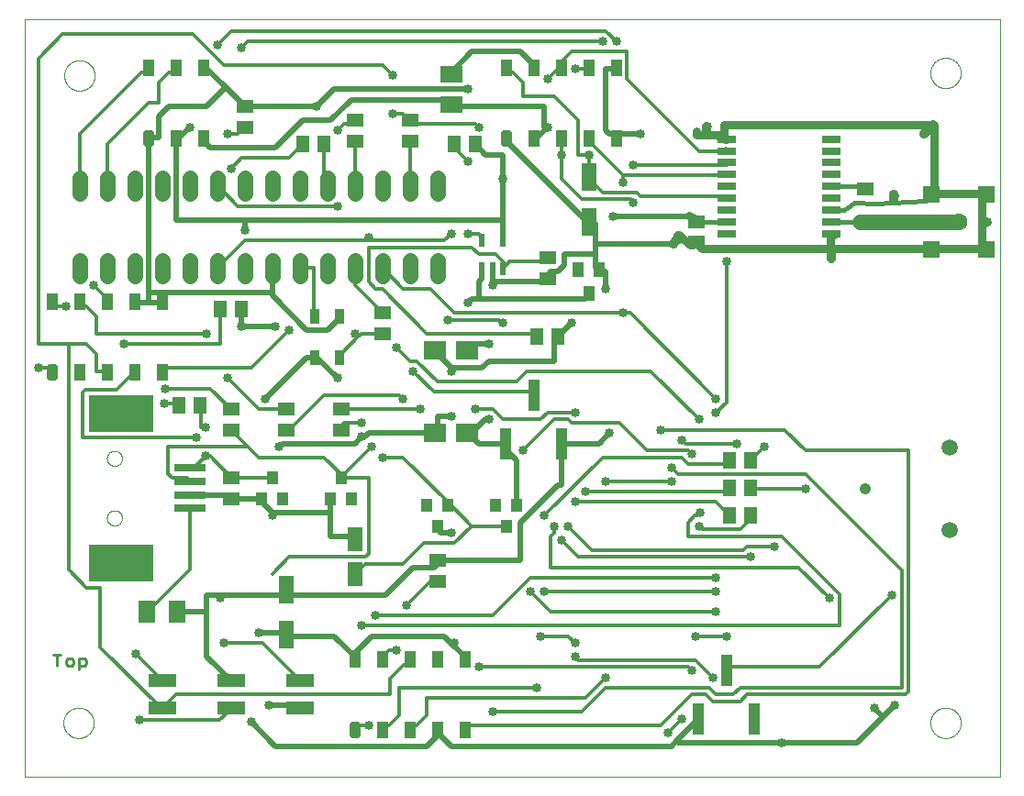
<source format=gbr>
G75*
%MOIN*%
%OFA0B0*%
%FSLAX25Y25*%
%IPPOS*%
%LPD*%
%AMOC8*
5,1,8,0,0,1.08239X$1,22.5*
%
%ADD10C,0.00000*%
%ADD11C,0.01000*%
%ADD12C,0.05562*%
%ADD13R,0.05512X0.10236*%
%ADD14R,0.03937X0.04724*%
%ADD15R,0.06299X0.07874*%
%ADD16R,0.07874X0.06299*%
%ADD17R,0.10000X0.05000*%
%ADD18R,0.03937X0.11811*%
%ADD19R,0.03937X0.05906*%
%ADD20C,0.01969*%
%ADD21R,0.07100X0.02800*%
%ADD22R,0.05906X0.05118*%
%ADD23R,0.06299X0.04724*%
%ADD24R,0.05118X0.05906*%
%ADD25R,0.05512X0.08661*%
%ADD26R,0.03937X0.05512*%
%ADD27R,0.08465X0.07087*%
%ADD28C,0.06299*%
%ADD29R,0.06299X0.06299*%
%ADD30R,0.02200X0.05000*%
%ADD31R,0.03543X0.05512*%
%ADD32C,0.05906*%
%ADD33C,0.04173*%
%ADD34R,0.23780X0.13386*%
%ADD35R,0.11811X0.02756*%
%ADD36C,0.03000*%
%ADD37C,0.01600*%
%ADD38C,0.03346*%
%ADD39C,0.03200*%
%ADD40C,0.02000*%
%ADD41C,0.01181*%
%ADD42C,0.05600*%
D10*
X0055902Y0001256D02*
X0055902Y0276846D01*
X0410233Y0276846D01*
X0410233Y0001256D01*
X0055902Y0001256D01*
X0070075Y0020941D02*
X0070077Y0021089D01*
X0070083Y0021237D01*
X0070093Y0021385D01*
X0070107Y0021532D01*
X0070125Y0021679D01*
X0070146Y0021825D01*
X0070172Y0021971D01*
X0070202Y0022116D01*
X0070235Y0022260D01*
X0070273Y0022403D01*
X0070314Y0022545D01*
X0070359Y0022686D01*
X0070407Y0022826D01*
X0070460Y0022965D01*
X0070516Y0023102D01*
X0070576Y0023237D01*
X0070639Y0023371D01*
X0070706Y0023503D01*
X0070777Y0023633D01*
X0070851Y0023761D01*
X0070928Y0023887D01*
X0071009Y0024011D01*
X0071093Y0024133D01*
X0071180Y0024252D01*
X0071271Y0024369D01*
X0071365Y0024484D01*
X0071461Y0024596D01*
X0071561Y0024706D01*
X0071663Y0024812D01*
X0071769Y0024916D01*
X0071877Y0025017D01*
X0071988Y0025115D01*
X0072101Y0025211D01*
X0072217Y0025303D01*
X0072335Y0025392D01*
X0072456Y0025477D01*
X0072579Y0025560D01*
X0072704Y0025639D01*
X0072831Y0025715D01*
X0072960Y0025787D01*
X0073091Y0025856D01*
X0073224Y0025921D01*
X0073359Y0025982D01*
X0073495Y0026040D01*
X0073632Y0026095D01*
X0073771Y0026145D01*
X0073912Y0026192D01*
X0074053Y0026235D01*
X0074196Y0026275D01*
X0074340Y0026310D01*
X0074484Y0026342D01*
X0074630Y0026369D01*
X0074776Y0026393D01*
X0074923Y0026413D01*
X0075070Y0026429D01*
X0075217Y0026441D01*
X0075365Y0026449D01*
X0075513Y0026453D01*
X0075661Y0026453D01*
X0075809Y0026449D01*
X0075957Y0026441D01*
X0076104Y0026429D01*
X0076251Y0026413D01*
X0076398Y0026393D01*
X0076544Y0026369D01*
X0076690Y0026342D01*
X0076834Y0026310D01*
X0076978Y0026275D01*
X0077121Y0026235D01*
X0077262Y0026192D01*
X0077403Y0026145D01*
X0077542Y0026095D01*
X0077679Y0026040D01*
X0077815Y0025982D01*
X0077950Y0025921D01*
X0078083Y0025856D01*
X0078214Y0025787D01*
X0078343Y0025715D01*
X0078470Y0025639D01*
X0078595Y0025560D01*
X0078718Y0025477D01*
X0078839Y0025392D01*
X0078957Y0025303D01*
X0079073Y0025211D01*
X0079186Y0025115D01*
X0079297Y0025017D01*
X0079405Y0024916D01*
X0079511Y0024812D01*
X0079613Y0024706D01*
X0079713Y0024596D01*
X0079809Y0024484D01*
X0079903Y0024369D01*
X0079994Y0024252D01*
X0080081Y0024133D01*
X0080165Y0024011D01*
X0080246Y0023887D01*
X0080323Y0023761D01*
X0080397Y0023633D01*
X0080468Y0023503D01*
X0080535Y0023371D01*
X0080598Y0023237D01*
X0080658Y0023102D01*
X0080714Y0022965D01*
X0080767Y0022826D01*
X0080815Y0022686D01*
X0080860Y0022545D01*
X0080901Y0022403D01*
X0080939Y0022260D01*
X0080972Y0022116D01*
X0081002Y0021971D01*
X0081028Y0021825D01*
X0081049Y0021679D01*
X0081067Y0021532D01*
X0081081Y0021385D01*
X0081091Y0021237D01*
X0081097Y0021089D01*
X0081099Y0020941D01*
X0081097Y0020793D01*
X0081091Y0020645D01*
X0081081Y0020497D01*
X0081067Y0020350D01*
X0081049Y0020203D01*
X0081028Y0020057D01*
X0081002Y0019911D01*
X0080972Y0019766D01*
X0080939Y0019622D01*
X0080901Y0019479D01*
X0080860Y0019337D01*
X0080815Y0019196D01*
X0080767Y0019056D01*
X0080714Y0018917D01*
X0080658Y0018780D01*
X0080598Y0018645D01*
X0080535Y0018511D01*
X0080468Y0018379D01*
X0080397Y0018249D01*
X0080323Y0018121D01*
X0080246Y0017995D01*
X0080165Y0017871D01*
X0080081Y0017749D01*
X0079994Y0017630D01*
X0079903Y0017513D01*
X0079809Y0017398D01*
X0079713Y0017286D01*
X0079613Y0017176D01*
X0079511Y0017070D01*
X0079405Y0016966D01*
X0079297Y0016865D01*
X0079186Y0016767D01*
X0079073Y0016671D01*
X0078957Y0016579D01*
X0078839Y0016490D01*
X0078718Y0016405D01*
X0078595Y0016322D01*
X0078470Y0016243D01*
X0078343Y0016167D01*
X0078214Y0016095D01*
X0078083Y0016026D01*
X0077950Y0015961D01*
X0077815Y0015900D01*
X0077679Y0015842D01*
X0077542Y0015787D01*
X0077403Y0015737D01*
X0077262Y0015690D01*
X0077121Y0015647D01*
X0076978Y0015607D01*
X0076834Y0015572D01*
X0076690Y0015540D01*
X0076544Y0015513D01*
X0076398Y0015489D01*
X0076251Y0015469D01*
X0076104Y0015453D01*
X0075957Y0015441D01*
X0075809Y0015433D01*
X0075661Y0015429D01*
X0075513Y0015429D01*
X0075365Y0015433D01*
X0075217Y0015441D01*
X0075070Y0015453D01*
X0074923Y0015469D01*
X0074776Y0015489D01*
X0074630Y0015513D01*
X0074484Y0015540D01*
X0074340Y0015572D01*
X0074196Y0015607D01*
X0074053Y0015647D01*
X0073912Y0015690D01*
X0073771Y0015737D01*
X0073632Y0015787D01*
X0073495Y0015842D01*
X0073359Y0015900D01*
X0073224Y0015961D01*
X0073091Y0016026D01*
X0072960Y0016095D01*
X0072831Y0016167D01*
X0072704Y0016243D01*
X0072579Y0016322D01*
X0072456Y0016405D01*
X0072335Y0016490D01*
X0072217Y0016579D01*
X0072101Y0016671D01*
X0071988Y0016767D01*
X0071877Y0016865D01*
X0071769Y0016966D01*
X0071663Y0017070D01*
X0071561Y0017176D01*
X0071461Y0017286D01*
X0071365Y0017398D01*
X0071271Y0017513D01*
X0071180Y0017630D01*
X0071093Y0017749D01*
X0071009Y0017871D01*
X0070928Y0017995D01*
X0070851Y0018121D01*
X0070777Y0018249D01*
X0070706Y0018379D01*
X0070639Y0018511D01*
X0070576Y0018645D01*
X0070516Y0018780D01*
X0070460Y0018917D01*
X0070407Y0019056D01*
X0070359Y0019196D01*
X0070314Y0019337D01*
X0070273Y0019479D01*
X0070235Y0019622D01*
X0070202Y0019766D01*
X0070172Y0019911D01*
X0070146Y0020057D01*
X0070125Y0020203D01*
X0070107Y0020350D01*
X0070093Y0020497D01*
X0070083Y0020645D01*
X0070077Y0020793D01*
X0070075Y0020941D01*
X0085863Y0095429D02*
X0085865Y0095534D01*
X0085871Y0095639D01*
X0085881Y0095743D01*
X0085895Y0095847D01*
X0085913Y0095951D01*
X0085935Y0096053D01*
X0085960Y0096155D01*
X0085990Y0096256D01*
X0086023Y0096355D01*
X0086060Y0096453D01*
X0086101Y0096550D01*
X0086146Y0096645D01*
X0086194Y0096738D01*
X0086245Y0096830D01*
X0086301Y0096919D01*
X0086359Y0097006D01*
X0086421Y0097091D01*
X0086485Y0097174D01*
X0086553Y0097254D01*
X0086624Y0097331D01*
X0086698Y0097405D01*
X0086775Y0097477D01*
X0086854Y0097546D01*
X0086936Y0097611D01*
X0087020Y0097674D01*
X0087107Y0097733D01*
X0087196Y0097789D01*
X0087287Y0097842D01*
X0087380Y0097891D01*
X0087474Y0097936D01*
X0087570Y0097978D01*
X0087668Y0098016D01*
X0087767Y0098050D01*
X0087868Y0098081D01*
X0087969Y0098107D01*
X0088072Y0098130D01*
X0088175Y0098149D01*
X0088279Y0098164D01*
X0088383Y0098175D01*
X0088488Y0098182D01*
X0088593Y0098185D01*
X0088698Y0098184D01*
X0088803Y0098179D01*
X0088907Y0098170D01*
X0089011Y0098157D01*
X0089115Y0098140D01*
X0089218Y0098119D01*
X0089320Y0098094D01*
X0089421Y0098066D01*
X0089520Y0098033D01*
X0089619Y0097997D01*
X0089716Y0097957D01*
X0089811Y0097914D01*
X0089905Y0097866D01*
X0089997Y0097816D01*
X0090087Y0097762D01*
X0090175Y0097704D01*
X0090260Y0097643D01*
X0090343Y0097579D01*
X0090424Y0097512D01*
X0090502Y0097442D01*
X0090577Y0097368D01*
X0090649Y0097293D01*
X0090719Y0097214D01*
X0090785Y0097133D01*
X0090849Y0097049D01*
X0090909Y0096963D01*
X0090965Y0096875D01*
X0091019Y0096784D01*
X0091069Y0096692D01*
X0091115Y0096598D01*
X0091158Y0096502D01*
X0091197Y0096404D01*
X0091232Y0096306D01*
X0091263Y0096205D01*
X0091291Y0096104D01*
X0091315Y0096002D01*
X0091335Y0095899D01*
X0091351Y0095795D01*
X0091363Y0095691D01*
X0091371Y0095586D01*
X0091375Y0095481D01*
X0091375Y0095377D01*
X0091371Y0095272D01*
X0091363Y0095167D01*
X0091351Y0095063D01*
X0091335Y0094959D01*
X0091315Y0094856D01*
X0091291Y0094754D01*
X0091263Y0094653D01*
X0091232Y0094552D01*
X0091197Y0094454D01*
X0091158Y0094356D01*
X0091115Y0094260D01*
X0091069Y0094166D01*
X0091019Y0094074D01*
X0090965Y0093983D01*
X0090909Y0093895D01*
X0090849Y0093809D01*
X0090785Y0093725D01*
X0090719Y0093644D01*
X0090649Y0093565D01*
X0090577Y0093490D01*
X0090502Y0093416D01*
X0090424Y0093346D01*
X0090343Y0093279D01*
X0090260Y0093215D01*
X0090175Y0093154D01*
X0090087Y0093096D01*
X0089997Y0093042D01*
X0089905Y0092992D01*
X0089811Y0092944D01*
X0089716Y0092901D01*
X0089619Y0092861D01*
X0089520Y0092825D01*
X0089421Y0092792D01*
X0089320Y0092764D01*
X0089218Y0092739D01*
X0089115Y0092718D01*
X0089011Y0092701D01*
X0088907Y0092688D01*
X0088803Y0092679D01*
X0088698Y0092674D01*
X0088593Y0092673D01*
X0088488Y0092676D01*
X0088383Y0092683D01*
X0088279Y0092694D01*
X0088175Y0092709D01*
X0088072Y0092728D01*
X0087969Y0092751D01*
X0087868Y0092777D01*
X0087767Y0092808D01*
X0087668Y0092842D01*
X0087570Y0092880D01*
X0087474Y0092922D01*
X0087380Y0092967D01*
X0087287Y0093016D01*
X0087196Y0093069D01*
X0087107Y0093125D01*
X0087020Y0093184D01*
X0086936Y0093247D01*
X0086854Y0093312D01*
X0086775Y0093381D01*
X0086698Y0093453D01*
X0086624Y0093527D01*
X0086553Y0093604D01*
X0086485Y0093684D01*
X0086421Y0093767D01*
X0086359Y0093852D01*
X0086301Y0093939D01*
X0086245Y0094028D01*
X0086194Y0094120D01*
X0086146Y0094213D01*
X0086101Y0094308D01*
X0086060Y0094405D01*
X0086023Y0094503D01*
X0085990Y0094602D01*
X0085960Y0094703D01*
X0085935Y0094805D01*
X0085913Y0094907D01*
X0085895Y0095011D01*
X0085881Y0095115D01*
X0085871Y0095219D01*
X0085865Y0095324D01*
X0085863Y0095429D01*
X0085863Y0117083D02*
X0085865Y0117188D01*
X0085871Y0117293D01*
X0085881Y0117397D01*
X0085895Y0117501D01*
X0085913Y0117605D01*
X0085935Y0117707D01*
X0085960Y0117809D01*
X0085990Y0117910D01*
X0086023Y0118009D01*
X0086060Y0118107D01*
X0086101Y0118204D01*
X0086146Y0118299D01*
X0086194Y0118392D01*
X0086245Y0118484D01*
X0086301Y0118573D01*
X0086359Y0118660D01*
X0086421Y0118745D01*
X0086485Y0118828D01*
X0086553Y0118908D01*
X0086624Y0118985D01*
X0086698Y0119059D01*
X0086775Y0119131D01*
X0086854Y0119200D01*
X0086936Y0119265D01*
X0087020Y0119328D01*
X0087107Y0119387D01*
X0087196Y0119443D01*
X0087287Y0119496D01*
X0087380Y0119545D01*
X0087474Y0119590D01*
X0087570Y0119632D01*
X0087668Y0119670D01*
X0087767Y0119704D01*
X0087868Y0119735D01*
X0087969Y0119761D01*
X0088072Y0119784D01*
X0088175Y0119803D01*
X0088279Y0119818D01*
X0088383Y0119829D01*
X0088488Y0119836D01*
X0088593Y0119839D01*
X0088698Y0119838D01*
X0088803Y0119833D01*
X0088907Y0119824D01*
X0089011Y0119811D01*
X0089115Y0119794D01*
X0089218Y0119773D01*
X0089320Y0119748D01*
X0089421Y0119720D01*
X0089520Y0119687D01*
X0089619Y0119651D01*
X0089716Y0119611D01*
X0089811Y0119568D01*
X0089905Y0119520D01*
X0089997Y0119470D01*
X0090087Y0119416D01*
X0090175Y0119358D01*
X0090260Y0119297D01*
X0090343Y0119233D01*
X0090424Y0119166D01*
X0090502Y0119096D01*
X0090577Y0119022D01*
X0090649Y0118947D01*
X0090719Y0118868D01*
X0090785Y0118787D01*
X0090849Y0118703D01*
X0090909Y0118617D01*
X0090965Y0118529D01*
X0091019Y0118438D01*
X0091069Y0118346D01*
X0091115Y0118252D01*
X0091158Y0118156D01*
X0091197Y0118058D01*
X0091232Y0117960D01*
X0091263Y0117859D01*
X0091291Y0117758D01*
X0091315Y0117656D01*
X0091335Y0117553D01*
X0091351Y0117449D01*
X0091363Y0117345D01*
X0091371Y0117240D01*
X0091375Y0117135D01*
X0091375Y0117031D01*
X0091371Y0116926D01*
X0091363Y0116821D01*
X0091351Y0116717D01*
X0091335Y0116613D01*
X0091315Y0116510D01*
X0091291Y0116408D01*
X0091263Y0116307D01*
X0091232Y0116206D01*
X0091197Y0116108D01*
X0091158Y0116010D01*
X0091115Y0115914D01*
X0091069Y0115820D01*
X0091019Y0115728D01*
X0090965Y0115637D01*
X0090909Y0115549D01*
X0090849Y0115463D01*
X0090785Y0115379D01*
X0090719Y0115298D01*
X0090649Y0115219D01*
X0090577Y0115144D01*
X0090502Y0115070D01*
X0090424Y0115000D01*
X0090343Y0114933D01*
X0090260Y0114869D01*
X0090175Y0114808D01*
X0090087Y0114750D01*
X0089997Y0114696D01*
X0089905Y0114646D01*
X0089811Y0114598D01*
X0089716Y0114555D01*
X0089619Y0114515D01*
X0089520Y0114479D01*
X0089421Y0114446D01*
X0089320Y0114418D01*
X0089218Y0114393D01*
X0089115Y0114372D01*
X0089011Y0114355D01*
X0088907Y0114342D01*
X0088803Y0114333D01*
X0088698Y0114328D01*
X0088593Y0114327D01*
X0088488Y0114330D01*
X0088383Y0114337D01*
X0088279Y0114348D01*
X0088175Y0114363D01*
X0088072Y0114382D01*
X0087969Y0114405D01*
X0087868Y0114431D01*
X0087767Y0114462D01*
X0087668Y0114496D01*
X0087570Y0114534D01*
X0087474Y0114576D01*
X0087380Y0114621D01*
X0087287Y0114670D01*
X0087196Y0114723D01*
X0087107Y0114779D01*
X0087020Y0114838D01*
X0086936Y0114901D01*
X0086854Y0114966D01*
X0086775Y0115035D01*
X0086698Y0115107D01*
X0086624Y0115181D01*
X0086553Y0115258D01*
X0086485Y0115338D01*
X0086421Y0115421D01*
X0086359Y0115506D01*
X0086301Y0115593D01*
X0086245Y0115682D01*
X0086194Y0115774D01*
X0086146Y0115867D01*
X0086101Y0115962D01*
X0086060Y0116059D01*
X0086023Y0116157D01*
X0085990Y0116256D01*
X0085960Y0116357D01*
X0085935Y0116459D01*
X0085913Y0116561D01*
X0085895Y0116665D01*
X0085881Y0116769D01*
X0085871Y0116873D01*
X0085865Y0116978D01*
X0085863Y0117083D01*
X0070390Y0256256D02*
X0070392Y0256404D01*
X0070398Y0256552D01*
X0070408Y0256700D01*
X0070422Y0256847D01*
X0070440Y0256994D01*
X0070461Y0257140D01*
X0070487Y0257286D01*
X0070517Y0257431D01*
X0070550Y0257575D01*
X0070588Y0257718D01*
X0070629Y0257860D01*
X0070674Y0258001D01*
X0070722Y0258141D01*
X0070775Y0258280D01*
X0070831Y0258417D01*
X0070891Y0258552D01*
X0070954Y0258686D01*
X0071021Y0258818D01*
X0071092Y0258948D01*
X0071166Y0259076D01*
X0071243Y0259202D01*
X0071324Y0259326D01*
X0071408Y0259448D01*
X0071495Y0259567D01*
X0071586Y0259684D01*
X0071680Y0259799D01*
X0071776Y0259911D01*
X0071876Y0260021D01*
X0071978Y0260127D01*
X0072084Y0260231D01*
X0072192Y0260332D01*
X0072303Y0260430D01*
X0072416Y0260526D01*
X0072532Y0260618D01*
X0072650Y0260707D01*
X0072771Y0260792D01*
X0072894Y0260875D01*
X0073019Y0260954D01*
X0073146Y0261030D01*
X0073275Y0261102D01*
X0073406Y0261171D01*
X0073539Y0261236D01*
X0073674Y0261297D01*
X0073810Y0261355D01*
X0073947Y0261410D01*
X0074086Y0261460D01*
X0074227Y0261507D01*
X0074368Y0261550D01*
X0074511Y0261590D01*
X0074655Y0261625D01*
X0074799Y0261657D01*
X0074945Y0261684D01*
X0075091Y0261708D01*
X0075238Y0261728D01*
X0075385Y0261744D01*
X0075532Y0261756D01*
X0075680Y0261764D01*
X0075828Y0261768D01*
X0075976Y0261768D01*
X0076124Y0261764D01*
X0076272Y0261756D01*
X0076419Y0261744D01*
X0076566Y0261728D01*
X0076713Y0261708D01*
X0076859Y0261684D01*
X0077005Y0261657D01*
X0077149Y0261625D01*
X0077293Y0261590D01*
X0077436Y0261550D01*
X0077577Y0261507D01*
X0077718Y0261460D01*
X0077857Y0261410D01*
X0077994Y0261355D01*
X0078130Y0261297D01*
X0078265Y0261236D01*
X0078398Y0261171D01*
X0078529Y0261102D01*
X0078658Y0261030D01*
X0078785Y0260954D01*
X0078910Y0260875D01*
X0079033Y0260792D01*
X0079154Y0260707D01*
X0079272Y0260618D01*
X0079388Y0260526D01*
X0079501Y0260430D01*
X0079612Y0260332D01*
X0079720Y0260231D01*
X0079826Y0260127D01*
X0079928Y0260021D01*
X0080028Y0259911D01*
X0080124Y0259799D01*
X0080218Y0259684D01*
X0080309Y0259567D01*
X0080396Y0259448D01*
X0080480Y0259326D01*
X0080561Y0259202D01*
X0080638Y0259076D01*
X0080712Y0258948D01*
X0080783Y0258818D01*
X0080850Y0258686D01*
X0080913Y0258552D01*
X0080973Y0258417D01*
X0081029Y0258280D01*
X0081082Y0258141D01*
X0081130Y0258001D01*
X0081175Y0257860D01*
X0081216Y0257718D01*
X0081254Y0257575D01*
X0081287Y0257431D01*
X0081317Y0257286D01*
X0081343Y0257140D01*
X0081364Y0256994D01*
X0081382Y0256847D01*
X0081396Y0256700D01*
X0081406Y0256552D01*
X0081412Y0256404D01*
X0081414Y0256256D01*
X0081412Y0256108D01*
X0081406Y0255960D01*
X0081396Y0255812D01*
X0081382Y0255665D01*
X0081364Y0255518D01*
X0081343Y0255372D01*
X0081317Y0255226D01*
X0081287Y0255081D01*
X0081254Y0254937D01*
X0081216Y0254794D01*
X0081175Y0254652D01*
X0081130Y0254511D01*
X0081082Y0254371D01*
X0081029Y0254232D01*
X0080973Y0254095D01*
X0080913Y0253960D01*
X0080850Y0253826D01*
X0080783Y0253694D01*
X0080712Y0253564D01*
X0080638Y0253436D01*
X0080561Y0253310D01*
X0080480Y0253186D01*
X0080396Y0253064D01*
X0080309Y0252945D01*
X0080218Y0252828D01*
X0080124Y0252713D01*
X0080028Y0252601D01*
X0079928Y0252491D01*
X0079826Y0252385D01*
X0079720Y0252281D01*
X0079612Y0252180D01*
X0079501Y0252082D01*
X0079388Y0251986D01*
X0079272Y0251894D01*
X0079154Y0251805D01*
X0079033Y0251720D01*
X0078910Y0251637D01*
X0078785Y0251558D01*
X0078658Y0251482D01*
X0078529Y0251410D01*
X0078398Y0251341D01*
X0078265Y0251276D01*
X0078130Y0251215D01*
X0077994Y0251157D01*
X0077857Y0251102D01*
X0077718Y0251052D01*
X0077577Y0251005D01*
X0077436Y0250962D01*
X0077293Y0250922D01*
X0077149Y0250887D01*
X0077005Y0250855D01*
X0076859Y0250828D01*
X0076713Y0250804D01*
X0076566Y0250784D01*
X0076419Y0250768D01*
X0076272Y0250756D01*
X0076124Y0250748D01*
X0075976Y0250744D01*
X0075828Y0250744D01*
X0075680Y0250748D01*
X0075532Y0250756D01*
X0075385Y0250768D01*
X0075238Y0250784D01*
X0075091Y0250804D01*
X0074945Y0250828D01*
X0074799Y0250855D01*
X0074655Y0250887D01*
X0074511Y0250922D01*
X0074368Y0250962D01*
X0074227Y0251005D01*
X0074086Y0251052D01*
X0073947Y0251102D01*
X0073810Y0251157D01*
X0073674Y0251215D01*
X0073539Y0251276D01*
X0073406Y0251341D01*
X0073275Y0251410D01*
X0073146Y0251482D01*
X0073019Y0251558D01*
X0072894Y0251637D01*
X0072771Y0251720D01*
X0072650Y0251805D01*
X0072532Y0251894D01*
X0072416Y0251986D01*
X0072303Y0252082D01*
X0072192Y0252180D01*
X0072084Y0252281D01*
X0071978Y0252385D01*
X0071876Y0252491D01*
X0071776Y0252601D01*
X0071680Y0252713D01*
X0071586Y0252828D01*
X0071495Y0252945D01*
X0071408Y0253064D01*
X0071324Y0253186D01*
X0071243Y0253310D01*
X0071166Y0253436D01*
X0071092Y0253564D01*
X0071021Y0253694D01*
X0070954Y0253826D01*
X0070891Y0253960D01*
X0070831Y0254095D01*
X0070775Y0254232D01*
X0070722Y0254371D01*
X0070674Y0254511D01*
X0070629Y0254652D01*
X0070588Y0254794D01*
X0070550Y0254937D01*
X0070517Y0255081D01*
X0070487Y0255226D01*
X0070461Y0255372D01*
X0070440Y0255518D01*
X0070422Y0255665D01*
X0070408Y0255812D01*
X0070398Y0255960D01*
X0070392Y0256108D01*
X0070390Y0256256D01*
X0385036Y0257161D02*
X0385038Y0257309D01*
X0385044Y0257457D01*
X0385054Y0257605D01*
X0385068Y0257752D01*
X0385086Y0257899D01*
X0385107Y0258045D01*
X0385133Y0258191D01*
X0385163Y0258336D01*
X0385196Y0258480D01*
X0385234Y0258623D01*
X0385275Y0258765D01*
X0385320Y0258906D01*
X0385368Y0259046D01*
X0385421Y0259185D01*
X0385477Y0259322D01*
X0385537Y0259457D01*
X0385600Y0259591D01*
X0385667Y0259723D01*
X0385738Y0259853D01*
X0385812Y0259981D01*
X0385889Y0260107D01*
X0385970Y0260231D01*
X0386054Y0260353D01*
X0386141Y0260472D01*
X0386232Y0260589D01*
X0386326Y0260704D01*
X0386422Y0260816D01*
X0386522Y0260926D01*
X0386624Y0261032D01*
X0386730Y0261136D01*
X0386838Y0261237D01*
X0386949Y0261335D01*
X0387062Y0261431D01*
X0387178Y0261523D01*
X0387296Y0261612D01*
X0387417Y0261697D01*
X0387540Y0261780D01*
X0387665Y0261859D01*
X0387792Y0261935D01*
X0387921Y0262007D01*
X0388052Y0262076D01*
X0388185Y0262141D01*
X0388320Y0262202D01*
X0388456Y0262260D01*
X0388593Y0262315D01*
X0388732Y0262365D01*
X0388873Y0262412D01*
X0389014Y0262455D01*
X0389157Y0262495D01*
X0389301Y0262530D01*
X0389445Y0262562D01*
X0389591Y0262589D01*
X0389737Y0262613D01*
X0389884Y0262633D01*
X0390031Y0262649D01*
X0390178Y0262661D01*
X0390326Y0262669D01*
X0390474Y0262673D01*
X0390622Y0262673D01*
X0390770Y0262669D01*
X0390918Y0262661D01*
X0391065Y0262649D01*
X0391212Y0262633D01*
X0391359Y0262613D01*
X0391505Y0262589D01*
X0391651Y0262562D01*
X0391795Y0262530D01*
X0391939Y0262495D01*
X0392082Y0262455D01*
X0392223Y0262412D01*
X0392364Y0262365D01*
X0392503Y0262315D01*
X0392640Y0262260D01*
X0392776Y0262202D01*
X0392911Y0262141D01*
X0393044Y0262076D01*
X0393175Y0262007D01*
X0393304Y0261935D01*
X0393431Y0261859D01*
X0393556Y0261780D01*
X0393679Y0261697D01*
X0393800Y0261612D01*
X0393918Y0261523D01*
X0394034Y0261431D01*
X0394147Y0261335D01*
X0394258Y0261237D01*
X0394366Y0261136D01*
X0394472Y0261032D01*
X0394574Y0260926D01*
X0394674Y0260816D01*
X0394770Y0260704D01*
X0394864Y0260589D01*
X0394955Y0260472D01*
X0395042Y0260353D01*
X0395126Y0260231D01*
X0395207Y0260107D01*
X0395284Y0259981D01*
X0395358Y0259853D01*
X0395429Y0259723D01*
X0395496Y0259591D01*
X0395559Y0259457D01*
X0395619Y0259322D01*
X0395675Y0259185D01*
X0395728Y0259046D01*
X0395776Y0258906D01*
X0395821Y0258765D01*
X0395862Y0258623D01*
X0395900Y0258480D01*
X0395933Y0258336D01*
X0395963Y0258191D01*
X0395989Y0258045D01*
X0396010Y0257899D01*
X0396028Y0257752D01*
X0396042Y0257605D01*
X0396052Y0257457D01*
X0396058Y0257309D01*
X0396060Y0257161D01*
X0396058Y0257013D01*
X0396052Y0256865D01*
X0396042Y0256717D01*
X0396028Y0256570D01*
X0396010Y0256423D01*
X0395989Y0256277D01*
X0395963Y0256131D01*
X0395933Y0255986D01*
X0395900Y0255842D01*
X0395862Y0255699D01*
X0395821Y0255557D01*
X0395776Y0255416D01*
X0395728Y0255276D01*
X0395675Y0255137D01*
X0395619Y0255000D01*
X0395559Y0254865D01*
X0395496Y0254731D01*
X0395429Y0254599D01*
X0395358Y0254469D01*
X0395284Y0254341D01*
X0395207Y0254215D01*
X0395126Y0254091D01*
X0395042Y0253969D01*
X0394955Y0253850D01*
X0394864Y0253733D01*
X0394770Y0253618D01*
X0394674Y0253506D01*
X0394574Y0253396D01*
X0394472Y0253290D01*
X0394366Y0253186D01*
X0394258Y0253085D01*
X0394147Y0252987D01*
X0394034Y0252891D01*
X0393918Y0252799D01*
X0393800Y0252710D01*
X0393679Y0252625D01*
X0393556Y0252542D01*
X0393431Y0252463D01*
X0393304Y0252387D01*
X0393175Y0252315D01*
X0393044Y0252246D01*
X0392911Y0252181D01*
X0392776Y0252120D01*
X0392640Y0252062D01*
X0392503Y0252007D01*
X0392364Y0251957D01*
X0392223Y0251910D01*
X0392082Y0251867D01*
X0391939Y0251827D01*
X0391795Y0251792D01*
X0391651Y0251760D01*
X0391505Y0251733D01*
X0391359Y0251709D01*
X0391212Y0251689D01*
X0391065Y0251673D01*
X0390918Y0251661D01*
X0390770Y0251653D01*
X0390622Y0251649D01*
X0390474Y0251649D01*
X0390326Y0251653D01*
X0390178Y0251661D01*
X0390031Y0251673D01*
X0389884Y0251689D01*
X0389737Y0251709D01*
X0389591Y0251733D01*
X0389445Y0251760D01*
X0389301Y0251792D01*
X0389157Y0251827D01*
X0389014Y0251867D01*
X0388873Y0251910D01*
X0388732Y0251957D01*
X0388593Y0252007D01*
X0388456Y0252062D01*
X0388320Y0252120D01*
X0388185Y0252181D01*
X0388052Y0252246D01*
X0387921Y0252315D01*
X0387792Y0252387D01*
X0387665Y0252463D01*
X0387540Y0252542D01*
X0387417Y0252625D01*
X0387296Y0252710D01*
X0387178Y0252799D01*
X0387062Y0252891D01*
X0386949Y0252987D01*
X0386838Y0253085D01*
X0386730Y0253186D01*
X0386624Y0253290D01*
X0386522Y0253396D01*
X0386422Y0253506D01*
X0386326Y0253618D01*
X0386232Y0253733D01*
X0386141Y0253850D01*
X0386054Y0253969D01*
X0385970Y0254091D01*
X0385889Y0254215D01*
X0385812Y0254341D01*
X0385738Y0254469D01*
X0385667Y0254599D01*
X0385600Y0254731D01*
X0385537Y0254865D01*
X0385477Y0255000D01*
X0385421Y0255137D01*
X0385368Y0255276D01*
X0385320Y0255416D01*
X0385275Y0255557D01*
X0385234Y0255699D01*
X0385196Y0255842D01*
X0385163Y0255986D01*
X0385133Y0256131D01*
X0385107Y0256277D01*
X0385086Y0256423D01*
X0385068Y0256570D01*
X0385054Y0256717D01*
X0385044Y0256865D01*
X0385038Y0257013D01*
X0385036Y0257161D01*
X0385036Y0020941D02*
X0385038Y0021089D01*
X0385044Y0021237D01*
X0385054Y0021385D01*
X0385068Y0021532D01*
X0385086Y0021679D01*
X0385107Y0021825D01*
X0385133Y0021971D01*
X0385163Y0022116D01*
X0385196Y0022260D01*
X0385234Y0022403D01*
X0385275Y0022545D01*
X0385320Y0022686D01*
X0385368Y0022826D01*
X0385421Y0022965D01*
X0385477Y0023102D01*
X0385537Y0023237D01*
X0385600Y0023371D01*
X0385667Y0023503D01*
X0385738Y0023633D01*
X0385812Y0023761D01*
X0385889Y0023887D01*
X0385970Y0024011D01*
X0386054Y0024133D01*
X0386141Y0024252D01*
X0386232Y0024369D01*
X0386326Y0024484D01*
X0386422Y0024596D01*
X0386522Y0024706D01*
X0386624Y0024812D01*
X0386730Y0024916D01*
X0386838Y0025017D01*
X0386949Y0025115D01*
X0387062Y0025211D01*
X0387178Y0025303D01*
X0387296Y0025392D01*
X0387417Y0025477D01*
X0387540Y0025560D01*
X0387665Y0025639D01*
X0387792Y0025715D01*
X0387921Y0025787D01*
X0388052Y0025856D01*
X0388185Y0025921D01*
X0388320Y0025982D01*
X0388456Y0026040D01*
X0388593Y0026095D01*
X0388732Y0026145D01*
X0388873Y0026192D01*
X0389014Y0026235D01*
X0389157Y0026275D01*
X0389301Y0026310D01*
X0389445Y0026342D01*
X0389591Y0026369D01*
X0389737Y0026393D01*
X0389884Y0026413D01*
X0390031Y0026429D01*
X0390178Y0026441D01*
X0390326Y0026449D01*
X0390474Y0026453D01*
X0390622Y0026453D01*
X0390770Y0026449D01*
X0390918Y0026441D01*
X0391065Y0026429D01*
X0391212Y0026413D01*
X0391359Y0026393D01*
X0391505Y0026369D01*
X0391651Y0026342D01*
X0391795Y0026310D01*
X0391939Y0026275D01*
X0392082Y0026235D01*
X0392223Y0026192D01*
X0392364Y0026145D01*
X0392503Y0026095D01*
X0392640Y0026040D01*
X0392776Y0025982D01*
X0392911Y0025921D01*
X0393044Y0025856D01*
X0393175Y0025787D01*
X0393304Y0025715D01*
X0393431Y0025639D01*
X0393556Y0025560D01*
X0393679Y0025477D01*
X0393800Y0025392D01*
X0393918Y0025303D01*
X0394034Y0025211D01*
X0394147Y0025115D01*
X0394258Y0025017D01*
X0394366Y0024916D01*
X0394472Y0024812D01*
X0394574Y0024706D01*
X0394674Y0024596D01*
X0394770Y0024484D01*
X0394864Y0024369D01*
X0394955Y0024252D01*
X0395042Y0024133D01*
X0395126Y0024011D01*
X0395207Y0023887D01*
X0395284Y0023761D01*
X0395358Y0023633D01*
X0395429Y0023503D01*
X0395496Y0023371D01*
X0395559Y0023237D01*
X0395619Y0023102D01*
X0395675Y0022965D01*
X0395728Y0022826D01*
X0395776Y0022686D01*
X0395821Y0022545D01*
X0395862Y0022403D01*
X0395900Y0022260D01*
X0395933Y0022116D01*
X0395963Y0021971D01*
X0395989Y0021825D01*
X0396010Y0021679D01*
X0396028Y0021532D01*
X0396042Y0021385D01*
X0396052Y0021237D01*
X0396058Y0021089D01*
X0396060Y0020941D01*
X0396058Y0020793D01*
X0396052Y0020645D01*
X0396042Y0020497D01*
X0396028Y0020350D01*
X0396010Y0020203D01*
X0395989Y0020057D01*
X0395963Y0019911D01*
X0395933Y0019766D01*
X0395900Y0019622D01*
X0395862Y0019479D01*
X0395821Y0019337D01*
X0395776Y0019196D01*
X0395728Y0019056D01*
X0395675Y0018917D01*
X0395619Y0018780D01*
X0395559Y0018645D01*
X0395496Y0018511D01*
X0395429Y0018379D01*
X0395358Y0018249D01*
X0395284Y0018121D01*
X0395207Y0017995D01*
X0395126Y0017871D01*
X0395042Y0017749D01*
X0394955Y0017630D01*
X0394864Y0017513D01*
X0394770Y0017398D01*
X0394674Y0017286D01*
X0394574Y0017176D01*
X0394472Y0017070D01*
X0394366Y0016966D01*
X0394258Y0016865D01*
X0394147Y0016767D01*
X0394034Y0016671D01*
X0393918Y0016579D01*
X0393800Y0016490D01*
X0393679Y0016405D01*
X0393556Y0016322D01*
X0393431Y0016243D01*
X0393304Y0016167D01*
X0393175Y0016095D01*
X0393044Y0016026D01*
X0392911Y0015961D01*
X0392776Y0015900D01*
X0392640Y0015842D01*
X0392503Y0015787D01*
X0392364Y0015737D01*
X0392223Y0015690D01*
X0392082Y0015647D01*
X0391939Y0015607D01*
X0391795Y0015572D01*
X0391651Y0015540D01*
X0391505Y0015513D01*
X0391359Y0015489D01*
X0391212Y0015469D01*
X0391065Y0015453D01*
X0390918Y0015441D01*
X0390770Y0015433D01*
X0390622Y0015429D01*
X0390474Y0015429D01*
X0390326Y0015433D01*
X0390178Y0015441D01*
X0390031Y0015453D01*
X0389884Y0015469D01*
X0389737Y0015489D01*
X0389591Y0015513D01*
X0389445Y0015540D01*
X0389301Y0015572D01*
X0389157Y0015607D01*
X0389014Y0015647D01*
X0388873Y0015690D01*
X0388732Y0015737D01*
X0388593Y0015787D01*
X0388456Y0015842D01*
X0388320Y0015900D01*
X0388185Y0015961D01*
X0388052Y0016026D01*
X0387921Y0016095D01*
X0387792Y0016167D01*
X0387665Y0016243D01*
X0387540Y0016322D01*
X0387417Y0016405D01*
X0387296Y0016490D01*
X0387178Y0016579D01*
X0387062Y0016671D01*
X0386949Y0016767D01*
X0386838Y0016865D01*
X0386730Y0016966D01*
X0386624Y0017070D01*
X0386522Y0017176D01*
X0386422Y0017286D01*
X0386326Y0017398D01*
X0386232Y0017513D01*
X0386141Y0017630D01*
X0386054Y0017749D01*
X0385970Y0017871D01*
X0385889Y0017995D01*
X0385812Y0018121D01*
X0385738Y0018249D01*
X0385667Y0018379D01*
X0385600Y0018511D01*
X0385537Y0018645D01*
X0385477Y0018780D01*
X0385421Y0018917D01*
X0385368Y0019056D01*
X0385320Y0019196D01*
X0385275Y0019337D01*
X0385234Y0019479D01*
X0385196Y0019622D01*
X0385163Y0019766D01*
X0385133Y0019911D01*
X0385107Y0020057D01*
X0385086Y0020203D01*
X0385068Y0020350D01*
X0385054Y0020497D01*
X0385044Y0020645D01*
X0385038Y0020793D01*
X0385036Y0020941D01*
D11*
X0078279Y0042423D02*
X0077612Y0041756D01*
X0075610Y0041756D01*
X0075610Y0040421D02*
X0075610Y0044425D01*
X0077612Y0044425D01*
X0078279Y0043758D01*
X0078279Y0042423D01*
X0073675Y0042423D02*
X0073675Y0043758D01*
X0073008Y0044425D01*
X0071673Y0044425D01*
X0071006Y0043758D01*
X0071006Y0042423D01*
X0071673Y0041756D01*
X0073008Y0041756D01*
X0073675Y0042423D01*
X0069071Y0045759D02*
X0066402Y0045759D01*
X0067737Y0045759D02*
X0067737Y0041756D01*
D12*
X0075902Y0183475D02*
X0075902Y0189037D01*
X0085902Y0189037D02*
X0085902Y0183475D01*
X0095902Y0183475D02*
X0095902Y0189037D01*
X0105902Y0189037D02*
X0105902Y0183475D01*
X0115902Y0183475D02*
X0115902Y0189037D01*
X0125902Y0189037D02*
X0125902Y0183475D01*
X0135902Y0183475D02*
X0135902Y0189037D01*
X0145902Y0189037D02*
X0145902Y0183475D01*
X0155902Y0183475D02*
X0155902Y0189037D01*
X0165902Y0189037D02*
X0165902Y0183475D01*
X0175902Y0183475D02*
X0175902Y0189037D01*
X0185902Y0189037D02*
X0185902Y0183475D01*
X0195902Y0183475D02*
X0195902Y0189037D01*
X0205902Y0189037D02*
X0205902Y0183475D01*
X0205902Y0213475D02*
X0205902Y0219037D01*
X0195902Y0219037D02*
X0195902Y0213475D01*
X0185902Y0213475D02*
X0185902Y0219037D01*
X0175902Y0219037D02*
X0175902Y0213475D01*
X0165902Y0213475D02*
X0165902Y0219037D01*
X0155902Y0219037D02*
X0155902Y0213475D01*
X0145902Y0213475D02*
X0145902Y0219037D01*
X0135902Y0219037D02*
X0135902Y0213475D01*
X0125902Y0213475D02*
X0125902Y0219037D01*
X0115902Y0219037D02*
X0115902Y0213475D01*
X0105902Y0213475D02*
X0105902Y0219037D01*
X0095902Y0219037D02*
X0095902Y0213475D01*
X0085902Y0213475D02*
X0085902Y0219037D01*
X0075902Y0219037D02*
X0075902Y0213475D01*
D13*
X0260902Y0219327D03*
X0260902Y0203185D03*
X0150902Y0069327D03*
X0150902Y0053185D03*
D14*
X0205902Y0092319D03*
X0201965Y0100193D03*
X0209839Y0100193D03*
X0226965Y0100193D03*
X0234839Y0100193D03*
X0230902Y0092319D03*
X0174839Y0102319D03*
X0166965Y0102319D03*
X0170902Y0110193D03*
X0149839Y0102319D03*
X0141965Y0102319D03*
X0145902Y0110193D03*
D15*
X0111414Y0061256D03*
X0100390Y0061256D03*
D16*
X0210902Y0245744D03*
X0210902Y0256768D03*
D17*
X0155902Y0036256D03*
X0155902Y0026256D03*
X0130902Y0026256D03*
X0130902Y0036256D03*
X0105902Y0036256D03*
X0105902Y0026256D03*
D18*
X0230863Y0122398D03*
X0250942Y0122398D03*
X0240902Y0140114D03*
X0310902Y0040114D03*
X0300863Y0022398D03*
X0320942Y0022398D03*
D19*
X0215902Y0018461D03*
X0205902Y0018461D03*
X0195902Y0018461D03*
X0185902Y0018461D03*
X0185902Y0044051D03*
X0175902Y0044051D03*
X0195902Y0044051D03*
X0205902Y0044051D03*
X0215902Y0044051D03*
X0105902Y0148461D03*
X0095902Y0148461D03*
X0085902Y0148461D03*
X0075902Y0148461D03*
X0075902Y0174051D03*
X0065902Y0174051D03*
X0085902Y0174051D03*
X0095902Y0174051D03*
X0105902Y0174051D03*
X0110902Y0233461D03*
X0120902Y0233461D03*
X0120902Y0259051D03*
X0110902Y0259051D03*
X0100902Y0259051D03*
X0230902Y0259051D03*
X0240902Y0259051D03*
X0250902Y0259051D03*
X0260902Y0259051D03*
X0270902Y0259051D03*
X0270902Y0233461D03*
X0260902Y0233461D03*
X0250902Y0233461D03*
X0240902Y0233461D03*
D20*
X0229918Y0231492D02*
X0229918Y0235430D01*
X0231886Y0235430D01*
X0231886Y0231492D01*
X0229918Y0231492D01*
X0229918Y0233460D02*
X0231886Y0233460D01*
X0231886Y0235428D02*
X0229918Y0235428D01*
X0099918Y0235430D02*
X0099918Y0231492D01*
X0099918Y0235430D02*
X0101886Y0235430D01*
X0101886Y0231492D01*
X0099918Y0231492D01*
X0099918Y0233460D02*
X0101886Y0233460D01*
X0101886Y0235428D02*
X0099918Y0235428D01*
X0064918Y0150430D02*
X0064918Y0146492D01*
X0064918Y0150430D02*
X0066886Y0150430D01*
X0066886Y0146492D01*
X0064918Y0146492D01*
X0064918Y0148460D02*
X0066886Y0148460D01*
X0066886Y0150428D02*
X0064918Y0150428D01*
X0174918Y0020430D02*
X0174918Y0016492D01*
X0174918Y0020430D02*
X0176886Y0020430D01*
X0176886Y0016492D01*
X0174918Y0016492D01*
X0174918Y0018460D02*
X0176886Y0018460D01*
X0176886Y0020428D02*
X0174918Y0020428D01*
D21*
X0310984Y0198758D03*
X0310984Y0203058D03*
X0310984Y0207358D03*
X0310984Y0211658D03*
X0310984Y0215958D03*
X0310984Y0220258D03*
X0310984Y0224558D03*
X0310984Y0228858D03*
X0310984Y0233158D03*
X0349149Y0233158D03*
X0349149Y0228858D03*
X0349149Y0224558D03*
X0349149Y0220258D03*
X0349149Y0215958D03*
X0349149Y0211658D03*
X0349149Y0207358D03*
X0349149Y0203058D03*
X0349149Y0198758D03*
D22*
X0299954Y0195539D03*
X0299954Y0203020D03*
X0245902Y0189996D03*
X0245902Y0182516D03*
X0185902Y0169996D03*
X0185902Y0162516D03*
X0170902Y0134996D03*
X0170902Y0127516D03*
X0150902Y0127516D03*
X0150902Y0134996D03*
X0130902Y0134996D03*
X0130902Y0127516D03*
X0130902Y0109996D03*
X0130902Y0102516D03*
X0205902Y0079996D03*
X0205902Y0072516D03*
X0195902Y0232516D03*
X0195902Y0239996D03*
X0175902Y0239996D03*
X0175902Y0232516D03*
X0135902Y0237516D03*
X0135902Y0244996D03*
D23*
X0361468Y0214909D03*
X0361468Y0203098D03*
D24*
X0249642Y0161256D03*
X0242162Y0161256D03*
X0312162Y0116256D03*
X0319642Y0116256D03*
X0319642Y0106256D03*
X0312162Y0106256D03*
X0312162Y0096256D03*
X0319642Y0096256D03*
X0219642Y0231256D03*
X0212162Y0231256D03*
X0164642Y0231256D03*
X0157162Y0231256D03*
X0134642Y0171256D03*
X0127162Y0171256D03*
X0119642Y0136256D03*
X0112162Y0136256D03*
D25*
X0175902Y0087555D03*
X0175902Y0074957D03*
D26*
X0260902Y0176925D03*
X0257162Y0185587D03*
X0264642Y0185587D03*
D27*
X0216709Y0156256D03*
X0205095Y0156256D03*
X0205095Y0126256D03*
X0216709Y0126256D03*
D28*
X0395433Y0203095D03*
D29*
X0405433Y0213095D03*
X0385433Y0213095D03*
X0385433Y0193095D03*
X0405433Y0193095D03*
D30*
X0229602Y0196356D03*
X0222202Y0196356D03*
X0222202Y0186156D03*
X0225902Y0186156D03*
X0229602Y0186156D03*
D31*
X0170430Y0168736D03*
X0161375Y0168736D03*
X0161375Y0153776D03*
X0170430Y0153776D03*
D32*
X0392123Y0121020D03*
X0392123Y0091098D03*
D33*
X0361414Y0106059D03*
D34*
X0090902Y0079012D03*
X0090902Y0133500D03*
D35*
X0116178Y0113618D03*
X0116178Y0108697D03*
X0116178Y0103815D03*
X0116178Y0098894D03*
D36*
X0292951Y0197083D02*
X0293816Y0196583D01*
X0294754Y0197521D01*
X0293816Y0198458D01*
X0294754Y0197521D02*
X0297566Y0194708D01*
X0299954Y0195539D01*
X0298816Y0194708D01*
X0300066Y0195333D02*
X0299954Y0195539D01*
X0300066Y0195333D02*
X0301941Y0193458D01*
X0348816Y0193458D01*
X0348816Y0192208D01*
X0349023Y0192222D01*
X0348816Y0193458D02*
X0348816Y0194708D01*
X0348867Y0194709D01*
X0348816Y0198441D01*
X0350066Y0198458D01*
X0349149Y0198758D01*
X0348816Y0198458D02*
X0348816Y0198441D01*
X0348867Y0194709D02*
X0348884Y0193492D01*
X0348816Y0193458D02*
X0386316Y0193458D01*
X0385433Y0193095D01*
X0385066Y0193458D01*
X0386316Y0193458D02*
X0405066Y0193458D01*
X0405433Y0193095D01*
X0403816Y0194708D01*
X0403816Y0202208D01*
X0405580Y0203055D01*
X0403816Y0202208D02*
X0403816Y0212208D01*
X0405433Y0213095D01*
X0405066Y0213458D01*
X0386316Y0213458D01*
X0385433Y0213095D01*
X0386316Y0215958D01*
X0386316Y0236583D01*
X0385066Y0236583D01*
X0384742Y0236923D01*
X0386316Y0236583D02*
X0386316Y0238458D01*
X0310066Y0238458D01*
X0310066Y0234708D01*
X0303816Y0234708D01*
X0303816Y0235958D01*
X0303779Y0234780D01*
X0303816Y0234708D02*
X0300066Y0234708D01*
X0300066Y0235958D01*
X0308816Y0233458D02*
X0310984Y0233158D01*
X0310066Y0233458D01*
X0310066Y0234708D01*
X0297536Y0205488D02*
X0299954Y0203020D01*
X0298816Y0204708D01*
X0299441Y0203458D02*
X0299954Y0203020D01*
X0371669Y0213125D02*
X0371941Y0212833D01*
X0371831Y0212837D01*
X0385433Y0213095D02*
X0386316Y0214708D01*
D37*
X0385433Y0213095D02*
X0383271Y0213095D01*
X0383271Y0210736D01*
X0365056Y0209803D01*
X0357375Y0209868D01*
X0353711Y0207332D01*
X0351975Y0207358D01*
X0349149Y0207358D01*
X0349131Y0203037D02*
X0350064Y0203033D01*
X0356705Y0203007D01*
X0361468Y0214909D02*
X0361316Y0215958D01*
X0349149Y0215958D01*
X0310984Y0203058D02*
X0310945Y0203020D01*
X0299954Y0203020D01*
D38*
X0291823Y0195122D03*
X0310902Y0188756D03*
X0349063Y0189904D03*
X0371669Y0213125D03*
X0382792Y0234962D03*
X0405580Y0203055D03*
X0307152Y0138756D03*
X0307152Y0133756D03*
X0300902Y0131256D03*
X0294652Y0123756D03*
X0298402Y0118756D03*
X0290902Y0113756D03*
X0290902Y0108756D03*
X0301473Y0097220D03*
X0300902Y0092506D03*
X0319652Y0081256D03*
X0328402Y0085006D03*
X0307152Y0073756D03*
X0307152Y0068756D03*
X0307152Y0061256D03*
X0310902Y0052506D03*
X0299652Y0052506D03*
X0298402Y0040006D03*
X0305902Y0037506D03*
X0294652Y0022506D03*
X0289652Y0017506D03*
X0267152Y0037506D03*
X0255902Y0045006D03*
X0255902Y0050006D03*
X0243402Y0052506D03*
X0244652Y0068756D03*
X0239652Y0068756D03*
X0250902Y0087506D03*
X0248402Y0092506D03*
X0253402Y0092506D03*
X0255902Y0101256D03*
X0259652Y0105006D03*
X0267152Y0108756D03*
X0268402Y0126256D03*
X0255902Y0133756D03*
X0237152Y0120006D03*
X0224652Y0131256D03*
X0219652Y0135006D03*
X0210902Y0132506D03*
X0199652Y0135006D03*
X0193402Y0138756D03*
X0197152Y0148756D03*
X0190902Y0157506D03*
X0175902Y0162506D03*
X0169652Y0146256D03*
X0178402Y0130006D03*
X0178402Y0125006D03*
X0182152Y0121256D03*
X0185902Y0117506D03*
X0210902Y0090006D03*
X0244652Y0096256D03*
X0287152Y0127506D03*
X0314652Y0122506D03*
X0324652Y0121256D03*
X0339698Y0106028D03*
X0348402Y0066256D03*
X0370902Y0067506D03*
X0372152Y0027506D03*
X0364652Y0026256D03*
X0330902Y0013756D03*
X0242152Y0033756D03*
X0225902Y0025006D03*
X0220902Y0041256D03*
X0212152Y0050006D03*
X0194652Y0063756D03*
X0183402Y0060006D03*
X0178442Y0056374D03*
X0190902Y0047506D03*
X0180902Y0020006D03*
X0144652Y0027506D03*
X0138402Y0021256D03*
X0128245Y0049976D03*
X0140902Y0053756D03*
X0127152Y0066256D03*
X0096257Y0046039D03*
X0097733Y0021925D03*
X0145902Y0096256D03*
X0121847Y0117890D03*
X0118402Y0124780D03*
X0121847Y0128224D03*
X0106591Y0137083D03*
X0107083Y0142496D03*
X0092152Y0158756D03*
X0070902Y0172506D03*
X0080902Y0180006D03*
X0060902Y0150006D03*
X0122152Y0162506D03*
X0134652Y0165006D03*
X0147152Y0165006D03*
X0152152Y0163756D03*
X0129652Y0146256D03*
X0143402Y0138756D03*
X0148402Y0121256D03*
X0210902Y0148756D03*
X0224652Y0158756D03*
X0229652Y0166256D03*
X0217152Y0173756D03*
X0209652Y0167506D03*
X0225902Y0180006D03*
X0217152Y0198756D03*
X0210902Y0198756D03*
X0229652Y0218756D03*
X0217152Y0225006D03*
X0220902Y0237506D03*
X0217152Y0251256D03*
X0189652Y0256256D03*
X0189652Y0242506D03*
X0169652Y0236256D03*
X0162152Y0245006D03*
X0134652Y0266256D03*
X0125902Y0267506D03*
X0115902Y0237506D03*
X0129652Y0235006D03*
X0130902Y0222506D03*
X0135902Y0200006D03*
X0169652Y0208756D03*
X0180902Y0197506D03*
X0245902Y0237506D03*
X0250902Y0227506D03*
X0260902Y0227506D03*
X0273402Y0217506D03*
X0277152Y0223756D03*
X0279652Y0235006D03*
X0303910Y0237837D03*
X0277152Y0210006D03*
X0269652Y0205006D03*
X0267152Y0178756D03*
X0273402Y0170006D03*
X0254652Y0166256D03*
X0245902Y0255006D03*
X0255902Y0258756D03*
X0265902Y0268756D03*
X0270902Y0268756D03*
D39*
X0303779Y0237814D02*
X0303779Y0234780D01*
X0293409Y0197876D02*
X0292951Y0197083D01*
X0291853Y0195181D01*
X0348947Y0193354D02*
X0349023Y0192222D01*
X0349188Y0189777D01*
X0371762Y0211089D02*
X0371831Y0212837D01*
X0371842Y0213128D01*
X0382669Y0234944D02*
X0384742Y0236923D01*
X0386181Y0238296D01*
D40*
X0299954Y0203020D02*
X0297152Y0205006D01*
X0269652Y0205006D01*
X0263402Y0202506D02*
X0260902Y0202506D01*
X0260902Y0203185D01*
X0260902Y0203756D01*
X0259652Y0203756D01*
X0230902Y0232506D01*
X0230902Y0233461D01*
X0229652Y0227506D02*
X0223402Y0227506D01*
X0219652Y0231256D01*
X0219642Y0231256D01*
X0229652Y0227506D02*
X0229652Y0218756D01*
X0229652Y0203756D01*
X0135902Y0203756D01*
X0135902Y0200006D01*
X0135902Y0203756D02*
X0110902Y0203756D01*
X0110902Y0233461D01*
X0110902Y0233756D01*
X0112152Y0233756D01*
X0115902Y0237506D01*
X0120902Y0233461D02*
X0120902Y0232506D01*
X0123402Y0230006D01*
X0147152Y0230006D01*
X0157152Y0240006D01*
X0167152Y0240006D01*
X0174652Y0247506D01*
X0209652Y0247506D01*
X0210902Y0246256D01*
X0210902Y0245744D01*
X0210902Y0245006D01*
X0244652Y0245006D01*
X0244652Y0237506D01*
X0245902Y0237506D01*
X0242152Y0233756D01*
X0240902Y0233756D01*
X0240902Y0233461D01*
X0217152Y0251256D02*
X0168402Y0251256D01*
X0162152Y0245006D01*
X0135902Y0245006D01*
X0135902Y0244996D01*
X0135902Y0245006D02*
X0129027Y0251881D01*
X0122152Y0245006D01*
X0108402Y0245006D01*
X0104652Y0241256D01*
X0104652Y0233756D01*
X0100902Y0233756D01*
X0100902Y0233461D01*
X0100902Y0177506D01*
X0145902Y0177506D01*
X0145902Y0176256D01*
X0158402Y0163756D01*
X0165902Y0163756D01*
X0169652Y0167506D01*
X0170430Y0168736D01*
X0162152Y0153756D02*
X0161375Y0153776D01*
X0160902Y0153756D01*
X0158402Y0153756D01*
X0143402Y0138756D01*
X0162152Y0153756D02*
X0169652Y0146256D01*
X0180902Y0126256D02*
X0205095Y0126256D01*
X0205902Y0126256D01*
X0205902Y0132506D01*
X0210902Y0132506D01*
X0216709Y0126256D02*
X0218402Y0126256D01*
X0223402Y0131256D01*
X0224652Y0131256D01*
X0217152Y0126256D02*
X0220902Y0122506D01*
X0229652Y0122506D01*
X0230863Y0122398D01*
X0229652Y0121256D01*
X0234652Y0116256D01*
X0234652Y0101256D01*
X0234839Y0100193D01*
X0235902Y0093756D02*
X0235902Y0080006D01*
X0205902Y0080006D01*
X0205902Y0079996D01*
X0205902Y0078756D01*
X0204652Y0077506D01*
X0197152Y0077506D01*
X0187152Y0067506D01*
X0152152Y0067506D01*
X0150902Y0068756D01*
X0150902Y0069327D01*
X0150902Y0067506D01*
X0127152Y0067506D01*
X0127152Y0066256D01*
X0127152Y0067506D02*
X0122152Y0067506D01*
X0122152Y0061295D01*
X0111512Y0061295D01*
X0111414Y0061256D01*
X0122152Y0061295D02*
X0122152Y0045006D01*
X0130902Y0036256D01*
X0144652Y0027506D02*
X0154652Y0027506D01*
X0155902Y0026256D01*
X0147152Y0012506D02*
X0138402Y0021256D01*
X0147152Y0012506D02*
X0202152Y0012506D01*
X0205902Y0016256D01*
X0205902Y0018461D01*
X0205902Y0017506D01*
X0210902Y0012506D01*
X0290902Y0012506D01*
X0292777Y0014381D01*
X0293402Y0013756D01*
X0330902Y0013756D01*
X0358402Y0013756D01*
X0367777Y0023131D01*
X0364652Y0026256D01*
X0367777Y0023131D02*
X0372152Y0027506D01*
X0300863Y0022398D02*
X0299652Y0021256D01*
X0292777Y0014381D01*
X0215902Y0044051D02*
X0215902Y0045006D01*
X0211527Y0049381D01*
X0212152Y0050006D01*
X0211527Y0049381D02*
X0208402Y0052506D01*
X0182152Y0052506D01*
X0175902Y0046256D01*
X0175902Y0044051D01*
X0175902Y0045006D01*
X0168402Y0052506D01*
X0150902Y0052506D01*
X0150902Y0053185D01*
X0150902Y0053756D01*
X0140902Y0053756D01*
X0167152Y0088756D02*
X0175902Y0088756D01*
X0175902Y0087555D01*
X0167152Y0088756D02*
X0167152Y0097506D01*
X0145902Y0097506D01*
X0145902Y0096256D01*
X0145902Y0097506D02*
X0142152Y0101256D01*
X0141965Y0102319D01*
X0140902Y0102506D01*
X0130902Y0102506D01*
X0130902Y0102516D01*
X0130213Y0103618D01*
X0116434Y0103618D01*
X0116178Y0103815D01*
X0130902Y0103756D02*
X0130902Y0102516D01*
X0148402Y0121256D02*
X0149652Y0122506D01*
X0175902Y0122506D01*
X0178402Y0125006D01*
X0179652Y0125006D01*
X0180902Y0126256D01*
X0166965Y0102319D02*
X0167152Y0101256D01*
X0167152Y0097506D01*
X0205902Y0092319D02*
X0205902Y0091256D01*
X0207152Y0090006D01*
X0210902Y0090006D01*
X0235902Y0093756D02*
X0249652Y0107506D01*
X0250902Y0107506D01*
X0250902Y0121256D01*
X0250942Y0122398D01*
X0252152Y0122506D01*
X0264652Y0122506D01*
X0268402Y0126256D01*
X0248402Y0152506D02*
X0224652Y0152506D01*
X0222152Y0150006D01*
X0210902Y0150006D01*
X0210902Y0148756D01*
X0210902Y0150006D02*
X0204652Y0156256D01*
X0205095Y0156256D01*
X0216709Y0156256D02*
X0217152Y0156256D01*
X0219652Y0158756D01*
X0224652Y0158756D01*
X0217152Y0173756D02*
X0218402Y0175006D01*
X0220902Y0175006D01*
X0259652Y0175006D01*
X0260902Y0176256D01*
X0260902Y0176925D01*
X0267152Y0178756D02*
X0267152Y0185006D01*
X0264652Y0185006D01*
X0264642Y0185587D01*
X0263402Y0186256D01*
X0263402Y0191256D01*
X0252152Y0191256D01*
X0252152Y0187506D01*
X0249652Y0185006D01*
X0247152Y0185006D01*
X0245902Y0183756D01*
X0245902Y0182516D01*
X0245902Y0182506D01*
X0244652Y0181256D01*
X0225902Y0181256D01*
X0225902Y0180006D01*
X0225902Y0181256D02*
X0225902Y0186156D01*
X0222202Y0186156D02*
X0222152Y0185006D01*
X0222152Y0182506D01*
X0220902Y0181256D01*
X0220902Y0175006D01*
X0229602Y0196356D02*
X0229652Y0197506D01*
X0229652Y0203756D01*
X0263402Y0202506D02*
X0263402Y0195006D01*
X0290902Y0195006D01*
X0291823Y0195122D01*
X0263402Y0195006D02*
X0263402Y0191256D01*
X0254652Y0166256D02*
X0249652Y0161256D01*
X0249642Y0161256D01*
X0248402Y0161256D01*
X0248402Y0152506D01*
X0217152Y0126256D02*
X0216709Y0126256D01*
X0147152Y0165006D02*
X0134652Y0165006D01*
X0134652Y0171256D01*
X0134642Y0171256D01*
X0145902Y0177506D02*
X0145902Y0186256D01*
X0105902Y0174051D02*
X0105902Y0173756D01*
X0100902Y0173756D01*
X0100902Y0177506D01*
X0100902Y0173756D02*
X0095902Y0173756D01*
X0095902Y0174051D01*
X0129027Y0251881D02*
X0122152Y0258756D01*
X0120902Y0258756D01*
X0120902Y0259051D01*
X0210902Y0257506D02*
X0210902Y0256768D01*
X0210902Y0257506D02*
X0218402Y0265006D01*
X0235902Y0265006D01*
X0240902Y0260006D01*
X0240902Y0259051D01*
X0267152Y0258756D02*
X0270902Y0258756D01*
X0270902Y0259051D01*
X0267152Y0258756D02*
X0267152Y0236256D01*
X0268402Y0235006D01*
X0269652Y0235006D01*
X0270902Y0233756D01*
X0270902Y0233461D01*
X0270902Y0235006D01*
X0279652Y0235006D01*
D41*
X0277152Y0223756D02*
X0310902Y0223756D01*
X0310984Y0224558D01*
X0310691Y0224708D01*
X0310902Y0228756D02*
X0310984Y0228858D01*
X0310823Y0229602D01*
X0310691Y0229083D02*
X0310984Y0228858D01*
X0310902Y0228756D02*
X0300902Y0228756D01*
X0274652Y0255006D01*
X0274652Y0265006D01*
X0254652Y0265006D01*
X0250902Y0261256D01*
X0250902Y0259051D01*
X0250902Y0258756D01*
X0249652Y0258756D01*
X0245902Y0255006D01*
X0248402Y0248756D02*
X0237152Y0248756D01*
X0237152Y0253756D01*
X0233402Y0257506D01*
X0232152Y0257506D01*
X0230902Y0258756D01*
X0230902Y0259051D01*
X0248402Y0248756D02*
X0257152Y0240006D01*
X0257152Y0227506D01*
X0260902Y0227506D01*
X0260902Y0219327D01*
X0260902Y0218756D01*
X0265902Y0213756D01*
X0278402Y0213756D01*
X0279652Y0212506D01*
X0309652Y0212506D01*
X0310984Y0211658D01*
X0310066Y0212208D01*
X0310691Y0212208D02*
X0310984Y0211658D01*
X0310066Y0219708D02*
X0310984Y0220258D01*
X0309652Y0220006D01*
X0273402Y0220006D01*
X0273402Y0217506D01*
X0273402Y0220006D02*
X0260902Y0232506D01*
X0260902Y0233461D01*
X0250902Y0233461D02*
X0250902Y0227506D01*
X0250902Y0218756D01*
X0258402Y0211256D01*
X0275902Y0211256D01*
X0277152Y0210006D01*
X0245902Y0189996D02*
X0245902Y0188756D01*
X0232152Y0188756D01*
X0230902Y0187506D01*
X0227152Y0191256D01*
X0220902Y0191256D01*
X0218402Y0193756D01*
X0180902Y0193756D01*
X0180902Y0181256D01*
X0183402Y0178756D01*
X0185902Y0178756D01*
X0202152Y0162506D01*
X0240902Y0162506D01*
X0242152Y0161256D01*
X0242162Y0161256D01*
X0229652Y0166256D02*
X0228402Y0167506D01*
X0209652Y0167506D01*
X0212152Y0170006D02*
X0203402Y0178756D01*
X0193402Y0178756D01*
X0185902Y0186256D01*
X0175902Y0186256D02*
X0175902Y0180006D01*
X0185902Y0170006D01*
X0185902Y0169996D01*
X0185902Y0162516D02*
X0185902Y0162506D01*
X0178402Y0162506D01*
X0177152Y0161256D01*
X0175902Y0162506D01*
X0177152Y0161256D02*
X0170902Y0155006D01*
X0170430Y0153776D01*
X0164652Y0140006D02*
X0153402Y0128756D01*
X0150902Y0128756D01*
X0150902Y0127516D01*
X0150902Y0134996D02*
X0150902Y0135006D01*
X0140902Y0135006D01*
X0129652Y0146256D01*
X0123323Y0142496D02*
X0107083Y0142496D01*
X0106591Y0137083D02*
X0111512Y0137083D01*
X0112005Y0136591D01*
X0112162Y0136256D01*
X0119642Y0136256D02*
X0119879Y0136098D01*
X0119879Y0128224D01*
X0121847Y0128224D01*
X0118402Y0124780D02*
X0077064Y0124780D01*
X0077064Y0141020D01*
X0078048Y0142004D01*
X0089367Y0142004D01*
X0095764Y0148402D01*
X0095902Y0148461D01*
X0105902Y0148461D02*
X0105902Y0148756D01*
X0107152Y0150006D01*
X0138402Y0150006D01*
X0152152Y0163756D01*
X0160902Y0168756D02*
X0161375Y0168736D01*
X0160902Y0168756D02*
X0160902Y0186256D01*
X0155902Y0186256D01*
X0135902Y0196256D02*
X0125902Y0186256D01*
X0135902Y0196256D02*
X0180902Y0196256D01*
X0180902Y0197506D01*
X0180902Y0196256D02*
X0208402Y0196256D01*
X0210902Y0198756D01*
X0217152Y0198756D02*
X0220902Y0198756D01*
X0222152Y0197506D01*
X0222202Y0196356D01*
X0230902Y0187506D02*
X0229652Y0186256D01*
X0229602Y0186156D01*
X0212152Y0170006D02*
X0273402Y0170006D01*
X0275902Y0170006D01*
X0307152Y0138756D01*
X0310902Y0137506D02*
X0310902Y0188756D01*
X0349149Y0203058D02*
X0350066Y0203458D01*
X0350064Y0203033D01*
X0356705Y0203007D02*
X0357083Y0203028D01*
X0359498Y0203025D01*
X0361468Y0203098D02*
X0361512Y0203028D01*
X0361512Y0203023D01*
X0394203Y0202995D02*
X0394977Y0203028D01*
X0395433Y0203095D01*
X0310984Y0220258D02*
X0309839Y0220252D01*
X0310691Y0220333D02*
X0310984Y0220258D01*
X0260902Y0258756D02*
X0255902Y0258756D01*
X0260902Y0258756D02*
X0260902Y0259051D01*
X0265902Y0268756D02*
X0137152Y0268756D01*
X0134652Y0266256D01*
X0128402Y0260006D02*
X0117152Y0271256D01*
X0069652Y0271256D01*
X0060902Y0262506D01*
X0060902Y0158756D01*
X0072142Y0158756D01*
X0072142Y0076551D01*
X0078540Y0070154D01*
X0083461Y0070154D01*
X0083461Y0048500D01*
X0105607Y0026354D01*
X0105902Y0026256D01*
X0106099Y0026354D01*
X0111020Y0031276D01*
X0188776Y0031276D01*
X0188776Y0037181D01*
X0193698Y0042102D01*
X0194190Y0042102D01*
X0195666Y0043579D01*
X0195902Y0044051D01*
X0190902Y0047506D02*
X0188402Y0047506D01*
X0185902Y0045006D01*
X0185902Y0044051D01*
X0192152Y0033756D02*
X0242152Y0033756D01*
X0255902Y0045006D02*
X0257152Y0043756D01*
X0299652Y0043756D01*
X0305902Y0037506D01*
X0304652Y0033756D02*
X0267152Y0033756D01*
X0258402Y0025006D01*
X0225902Y0025006D01*
X0217152Y0020006D02*
X0215902Y0018756D01*
X0215902Y0018461D01*
X0217152Y0020006D02*
X0287152Y0020006D01*
X0298402Y0031256D01*
X0303402Y0031256D01*
X0305902Y0028756D01*
X0315902Y0028756D01*
X0318402Y0031256D01*
X0375902Y0031256D01*
X0377152Y0032506D01*
X0377152Y0120006D01*
X0339652Y0120006D01*
X0332152Y0127506D01*
X0287152Y0127506D01*
X0294652Y0123756D02*
X0295902Y0122506D01*
X0314652Y0122506D01*
X0312162Y0116256D02*
X0312152Y0116256D01*
X0310902Y0115006D01*
X0297152Y0115006D01*
X0294652Y0117506D01*
X0265902Y0117506D01*
X0244652Y0096256D01*
X0248402Y0092506D02*
X0248402Y0090006D01*
X0247152Y0088756D01*
X0247152Y0077506D01*
X0337152Y0077506D01*
X0348402Y0066256D01*
X0352162Y0067693D02*
X0352162Y0056374D01*
X0178442Y0056374D01*
X0183402Y0060006D02*
X0225902Y0060006D01*
X0239652Y0073756D01*
X0307152Y0073756D01*
X0307152Y0068756D02*
X0244652Y0068756D01*
X0239652Y0068756D02*
X0247152Y0061256D01*
X0307152Y0061256D01*
X0310902Y0052506D02*
X0299652Y0052506D01*
X0297152Y0041256D02*
X0220902Y0041256D01*
X0202152Y0030006D02*
X0259652Y0030006D01*
X0267152Y0037506D01*
X0255902Y0050006D02*
X0253402Y0052506D01*
X0243402Y0052506D01*
X0205902Y0072506D02*
X0205902Y0072516D01*
X0205902Y0072506D02*
X0203402Y0072506D01*
X0194652Y0063756D01*
X0193402Y0078756D02*
X0179652Y0078756D01*
X0175902Y0075006D01*
X0175902Y0074957D01*
X0179652Y0081256D02*
X0180902Y0082506D01*
X0180902Y0110006D01*
X0170902Y0110006D01*
X0170902Y0110193D01*
X0170902Y0111256D01*
X0172152Y0111256D01*
X0182152Y0121256D01*
X0185902Y0117506D02*
X0193402Y0117506D01*
X0209652Y0101256D01*
X0209839Y0100193D01*
X0210902Y0100006D01*
X0218402Y0092506D01*
X0212152Y0086256D01*
X0200902Y0086256D01*
X0193402Y0078756D01*
X0179652Y0081256D02*
X0152152Y0081256D01*
X0145902Y0075006D01*
X0142516Y0049976D02*
X0128245Y0049976D01*
X0142516Y0049976D02*
X0155804Y0036689D01*
X0155902Y0036256D01*
X0175902Y0018756D02*
X0177152Y0020006D01*
X0180902Y0020006D01*
X0175902Y0018756D02*
X0175902Y0018461D01*
X0185902Y0018461D02*
X0185902Y0018756D01*
X0187152Y0020006D01*
X0188402Y0020006D01*
X0192152Y0023756D01*
X0192152Y0033756D01*
X0202152Y0030006D02*
X0202152Y0023756D01*
X0198402Y0020006D01*
X0197152Y0020006D01*
X0195902Y0018756D01*
X0195902Y0018461D01*
X0130902Y0026256D02*
X0130705Y0025862D01*
X0126768Y0021925D01*
X0097733Y0021925D01*
X0105902Y0036256D02*
X0105607Y0036689D01*
X0096257Y0046039D01*
X0100390Y0061256D02*
X0100686Y0061295D01*
X0115942Y0076551D01*
X0115942Y0098697D01*
X0116178Y0098894D01*
X0116178Y0108697D02*
X0115942Y0109031D01*
X0114957Y0110016D01*
X0109544Y0110016D01*
X0108068Y0111492D01*
X0108068Y0121335D01*
X0136611Y0121335D01*
X0136842Y0121566D01*
X0140902Y0117506D01*
X0164652Y0117506D01*
X0170902Y0111256D01*
X0170902Y0127516D02*
X0170902Y0128756D01*
X0172152Y0130006D01*
X0178402Y0130006D01*
X0170902Y0134996D02*
X0170902Y0135006D01*
X0199652Y0135006D01*
X0193402Y0138756D02*
X0192152Y0140006D01*
X0164652Y0140006D01*
X0190902Y0157506D02*
X0195902Y0152506D01*
X0198402Y0152506D01*
X0205902Y0145006D01*
X0234652Y0145006D01*
X0238402Y0148756D01*
X0283402Y0148756D01*
X0300902Y0131256D01*
X0307152Y0133756D02*
X0310902Y0137506D01*
X0324652Y0121256D02*
X0319652Y0116256D01*
X0319642Y0116256D01*
X0319642Y0106256D02*
X0319682Y0106079D01*
X0339859Y0106079D01*
X0339698Y0106028D01*
X0339652Y0111256D02*
X0374652Y0076256D01*
X0374652Y0033756D01*
X0315902Y0033756D01*
X0313402Y0031256D01*
X0307152Y0031256D01*
X0304652Y0033756D01*
X0298402Y0040006D02*
X0297152Y0041256D01*
X0310902Y0041256D02*
X0310902Y0040114D01*
X0310902Y0041256D02*
X0344652Y0041256D01*
X0370902Y0067506D01*
X0352162Y0067693D02*
X0331001Y0088854D01*
X0297044Y0088854D01*
X0297044Y0093776D01*
X0299505Y0096236D01*
X0300489Y0096236D01*
X0301473Y0097220D01*
X0300902Y0092506D02*
X0302152Y0091256D01*
X0315902Y0091256D01*
X0318402Y0093756D01*
X0318402Y0096256D01*
X0319642Y0096256D01*
X0312162Y0096256D02*
X0312152Y0096256D01*
X0307152Y0101256D01*
X0255902Y0101256D01*
X0259652Y0105006D02*
X0310902Y0105006D01*
X0312152Y0106256D01*
X0312162Y0106256D01*
X0298402Y0118756D02*
X0297152Y0120006D01*
X0282152Y0120006D01*
X0272152Y0130006D01*
X0254652Y0130006D01*
X0253402Y0131256D01*
X0248402Y0131256D01*
X0237152Y0120006D01*
X0243402Y0131256D02*
X0229652Y0131256D01*
X0225902Y0135006D01*
X0219652Y0135006D01*
X0204652Y0141256D02*
X0240902Y0141256D01*
X0240902Y0140114D01*
X0245902Y0133756D02*
X0243402Y0131256D01*
X0245902Y0133756D02*
X0255902Y0133756D01*
X0267152Y0108756D02*
X0290902Y0108756D01*
X0293402Y0111256D02*
X0290902Y0113756D01*
X0293402Y0111256D02*
X0339652Y0111256D01*
X0328402Y0085006D02*
X0318402Y0085006D01*
X0317152Y0083756D01*
X0262152Y0083756D01*
X0253402Y0092506D01*
X0250902Y0087506D02*
X0257152Y0081256D01*
X0319652Y0081256D01*
X0294652Y0022506D02*
X0289652Y0017506D01*
X0230902Y0092319D02*
X0230902Y0092506D01*
X0218402Y0092506D01*
X0204652Y0141256D02*
X0197152Y0148756D01*
X0145902Y0110193D02*
X0145902Y0110006D01*
X0130902Y0110006D01*
X0130902Y0109996D01*
X0130705Y0110508D01*
X0123323Y0117890D01*
X0121847Y0117890D01*
X0117910Y0113953D01*
X0116434Y0113953D01*
X0116178Y0113618D01*
X0130902Y0127506D02*
X0130902Y0127516D01*
X0130902Y0127506D02*
X0136842Y0121566D01*
X0130902Y0134996D02*
X0129229Y0136591D01*
X0123323Y0142496D01*
X0129652Y0136256D02*
X0130902Y0135006D01*
X0130902Y0134996D01*
X0127152Y0158756D02*
X0092152Y0158756D01*
X0082152Y0162506D02*
X0122152Y0162506D01*
X0127152Y0158756D02*
X0127152Y0171256D01*
X0127162Y0171256D01*
X0085902Y0174051D02*
X0085902Y0175006D01*
X0080902Y0180006D01*
X0075902Y0174051D02*
X0075902Y0173756D01*
X0077152Y0172506D01*
X0078402Y0172506D01*
X0082152Y0168756D01*
X0082152Y0162506D01*
X0078402Y0158756D02*
X0082152Y0155006D01*
X0082152Y0148756D01*
X0085902Y0148756D01*
X0085902Y0148461D01*
X0085902Y0147506D01*
X0078402Y0158756D02*
X0072142Y0158756D01*
X0064652Y0150006D02*
X0060902Y0150006D01*
X0064652Y0150006D02*
X0065902Y0148756D01*
X0065902Y0148461D01*
X0067152Y0172506D02*
X0070902Y0172506D01*
X0067152Y0172506D02*
X0065902Y0173756D01*
X0065902Y0174051D01*
X0075902Y0216256D02*
X0075902Y0235006D01*
X0098402Y0257506D01*
X0099652Y0257506D01*
X0100902Y0258756D01*
X0100902Y0259051D01*
X0104652Y0253756D02*
X0104652Y0246256D01*
X0100902Y0246256D01*
X0085902Y0231256D01*
X0085902Y0216256D01*
X0125902Y0216256D02*
X0133402Y0208756D01*
X0169652Y0208756D01*
X0165902Y0216256D02*
X0164652Y0216256D01*
X0164652Y0231256D01*
X0164642Y0231256D01*
X0169652Y0236256D02*
X0172152Y0238756D01*
X0175902Y0238756D01*
X0175902Y0239996D01*
X0175902Y0232516D02*
X0175902Y0216256D01*
X0195902Y0216256D02*
X0195902Y0232516D01*
X0195902Y0238756D02*
X0195902Y0239996D01*
X0195902Y0240006D01*
X0193402Y0242506D01*
X0189652Y0242506D01*
X0195902Y0238756D02*
X0219652Y0238756D01*
X0220902Y0237506D01*
X0213402Y0231256D02*
X0212162Y0231256D01*
X0213402Y0231256D02*
X0213402Y0228756D01*
X0217152Y0225006D01*
X0189652Y0256256D02*
X0185902Y0260006D01*
X0128402Y0260006D01*
X0125902Y0267506D02*
X0130902Y0272506D01*
X0267152Y0272506D01*
X0270902Y0268756D01*
X0157162Y0231256D02*
X0157152Y0231256D01*
X0152152Y0226256D01*
X0134652Y0226256D01*
X0130902Y0222506D01*
X0129652Y0235006D02*
X0133402Y0235006D01*
X0135902Y0237506D01*
X0135902Y0237516D01*
X0110902Y0258756D02*
X0110902Y0259051D01*
X0110902Y0258756D02*
X0109652Y0257506D01*
X0108402Y0257506D01*
X0104652Y0253756D01*
D42*
X0359498Y0203025D02*
X0361512Y0203023D01*
X0394203Y0202995D01*
M02*

</source>
